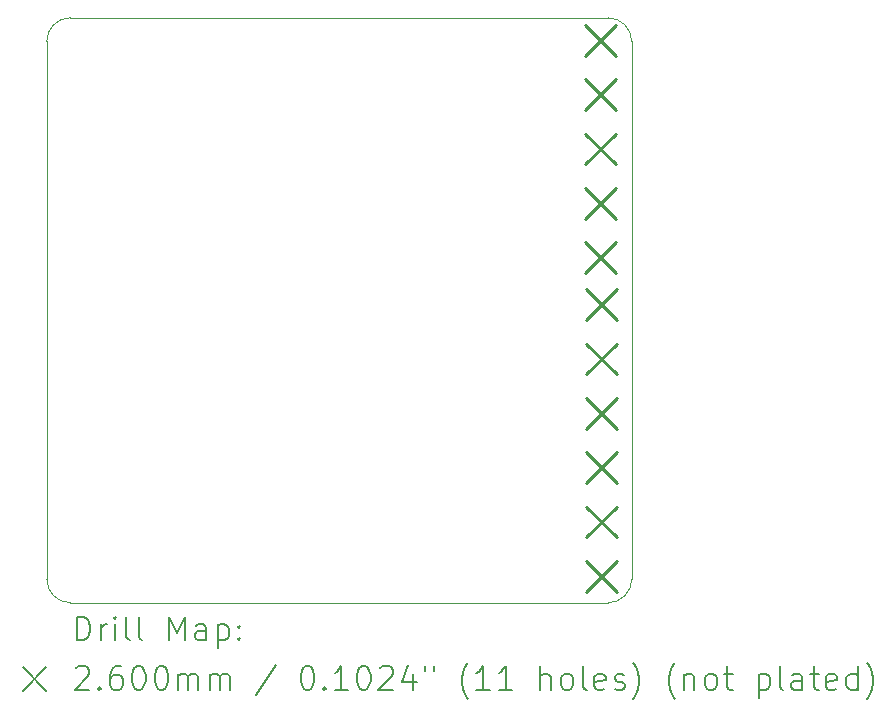
<source format=gbr>
%TF.GenerationSoftware,KiCad,Pcbnew,8.0.0-rc2-358-gd9abaa23a4*%
%TF.CreationDate,2024-02-08T19:09:20+01:00*%
%TF.ProjectId,xDuinoRail-Breakout-RailcomDetect,78447569-6e6f-4526-9169-6c2d42726561,rev?*%
%TF.SameCoordinates,Original*%
%TF.FileFunction,Drillmap*%
%TF.FilePolarity,Positive*%
%FSLAX45Y45*%
G04 Gerber Fmt 4.5, Leading zero omitted, Abs format (unit mm)*
G04 Created by KiCad (PCBNEW 8.0.0-rc2-358-gd9abaa23a4) date 2024-02-08 19:09:20*
%MOMM*%
%LPD*%
G01*
G04 APERTURE LIST*
%ADD10C,0.100000*%
%ADD11C,0.200000*%
%ADD12C,0.260000*%
G04 APERTURE END LIST*
D10*
X13652500Y-6931000D02*
G75*
G02*
X13852500Y-6731000I200000J0D01*
G01*
X13852500Y-11684000D02*
G75*
G02*
X13652500Y-11484000I0J200000D01*
G01*
X18405500Y-11684000D02*
X13852500Y-11684000D01*
X18405500Y-6731000D02*
G75*
G02*
X18605500Y-6931000I0J-200000D01*
G01*
X18605500Y-11484000D02*
G75*
G02*
X18405500Y-11684000I-200000J0D01*
G01*
X13652500Y-11484000D02*
X13652500Y-6931000D01*
X13852500Y-6731000D02*
X18405500Y-6731000D01*
X18605500Y-6931000D02*
X18605500Y-11484000D01*
D11*
D12*
X18211500Y-6791500D02*
X18471500Y-7051500D01*
X18471500Y-6791500D02*
X18211500Y-7051500D01*
X18211500Y-7251500D02*
X18471500Y-7511500D01*
X18471500Y-7251500D02*
X18211500Y-7511500D01*
X18211500Y-7711500D02*
X18471500Y-7971500D01*
X18471500Y-7711500D02*
X18211500Y-7971500D01*
X18211500Y-8171500D02*
X18471500Y-8431500D01*
X18471500Y-8171500D02*
X18211500Y-8431500D01*
X18211500Y-8631500D02*
X18471500Y-8891500D01*
X18471500Y-8631500D02*
X18211500Y-8891500D01*
X18221500Y-9029500D02*
X18481500Y-9289500D01*
X18481500Y-9029500D02*
X18221500Y-9289500D01*
X18221500Y-9489500D02*
X18481500Y-9749500D01*
X18481500Y-9489500D02*
X18221500Y-9749500D01*
X18221500Y-9949500D02*
X18481500Y-10209500D01*
X18481500Y-9949500D02*
X18221500Y-10209500D01*
X18221500Y-10409500D02*
X18481500Y-10669500D01*
X18481500Y-10409500D02*
X18221500Y-10669500D01*
X18221500Y-10869500D02*
X18481500Y-11129500D01*
X18481500Y-10869500D02*
X18221500Y-11129500D01*
X18221500Y-11329500D02*
X18481500Y-11589500D01*
X18481500Y-11329500D02*
X18221500Y-11589500D01*
D11*
X13908277Y-12000484D02*
X13908277Y-11800484D01*
X13908277Y-11800484D02*
X13955896Y-11800484D01*
X13955896Y-11800484D02*
X13984467Y-11810008D01*
X13984467Y-11810008D02*
X14003515Y-11829055D01*
X14003515Y-11829055D02*
X14013039Y-11848103D01*
X14013039Y-11848103D02*
X14022562Y-11886198D01*
X14022562Y-11886198D02*
X14022562Y-11914769D01*
X14022562Y-11914769D02*
X14013039Y-11952865D01*
X14013039Y-11952865D02*
X14003515Y-11971912D01*
X14003515Y-11971912D02*
X13984467Y-11990960D01*
X13984467Y-11990960D02*
X13955896Y-12000484D01*
X13955896Y-12000484D02*
X13908277Y-12000484D01*
X14108277Y-12000484D02*
X14108277Y-11867150D01*
X14108277Y-11905246D02*
X14117801Y-11886198D01*
X14117801Y-11886198D02*
X14127324Y-11876674D01*
X14127324Y-11876674D02*
X14146372Y-11867150D01*
X14146372Y-11867150D02*
X14165420Y-11867150D01*
X14232086Y-12000484D02*
X14232086Y-11867150D01*
X14232086Y-11800484D02*
X14222562Y-11810008D01*
X14222562Y-11810008D02*
X14232086Y-11819531D01*
X14232086Y-11819531D02*
X14241610Y-11810008D01*
X14241610Y-11810008D02*
X14232086Y-11800484D01*
X14232086Y-11800484D02*
X14232086Y-11819531D01*
X14355896Y-12000484D02*
X14336848Y-11990960D01*
X14336848Y-11990960D02*
X14327324Y-11971912D01*
X14327324Y-11971912D02*
X14327324Y-11800484D01*
X14460658Y-12000484D02*
X14441610Y-11990960D01*
X14441610Y-11990960D02*
X14432086Y-11971912D01*
X14432086Y-11971912D02*
X14432086Y-11800484D01*
X14689229Y-12000484D02*
X14689229Y-11800484D01*
X14689229Y-11800484D02*
X14755896Y-11943341D01*
X14755896Y-11943341D02*
X14822562Y-11800484D01*
X14822562Y-11800484D02*
X14822562Y-12000484D01*
X15003515Y-12000484D02*
X15003515Y-11895722D01*
X15003515Y-11895722D02*
X14993991Y-11876674D01*
X14993991Y-11876674D02*
X14974943Y-11867150D01*
X14974943Y-11867150D02*
X14936848Y-11867150D01*
X14936848Y-11867150D02*
X14917801Y-11876674D01*
X15003515Y-11990960D02*
X14984467Y-12000484D01*
X14984467Y-12000484D02*
X14936848Y-12000484D01*
X14936848Y-12000484D02*
X14917801Y-11990960D01*
X14917801Y-11990960D02*
X14908277Y-11971912D01*
X14908277Y-11971912D02*
X14908277Y-11952865D01*
X14908277Y-11952865D02*
X14917801Y-11933817D01*
X14917801Y-11933817D02*
X14936848Y-11924293D01*
X14936848Y-11924293D02*
X14984467Y-11924293D01*
X14984467Y-11924293D02*
X15003515Y-11914769D01*
X15098753Y-11867150D02*
X15098753Y-12067150D01*
X15098753Y-11876674D02*
X15117801Y-11867150D01*
X15117801Y-11867150D02*
X15155896Y-11867150D01*
X15155896Y-11867150D02*
X15174943Y-11876674D01*
X15174943Y-11876674D02*
X15184467Y-11886198D01*
X15184467Y-11886198D02*
X15193991Y-11905246D01*
X15193991Y-11905246D02*
X15193991Y-11962388D01*
X15193991Y-11962388D02*
X15184467Y-11981436D01*
X15184467Y-11981436D02*
X15174943Y-11990960D01*
X15174943Y-11990960D02*
X15155896Y-12000484D01*
X15155896Y-12000484D02*
X15117801Y-12000484D01*
X15117801Y-12000484D02*
X15098753Y-11990960D01*
X15279705Y-11981436D02*
X15289229Y-11990960D01*
X15289229Y-11990960D02*
X15279705Y-12000484D01*
X15279705Y-12000484D02*
X15270182Y-11990960D01*
X15270182Y-11990960D02*
X15279705Y-11981436D01*
X15279705Y-11981436D02*
X15279705Y-12000484D01*
X15279705Y-11876674D02*
X15289229Y-11886198D01*
X15289229Y-11886198D02*
X15279705Y-11895722D01*
X15279705Y-11895722D02*
X15270182Y-11886198D01*
X15270182Y-11886198D02*
X15279705Y-11876674D01*
X15279705Y-11876674D02*
X15279705Y-11895722D01*
X13447500Y-12229000D02*
X13647500Y-12429000D01*
X13647500Y-12229000D02*
X13447500Y-12429000D01*
X13898753Y-12239531D02*
X13908277Y-12230008D01*
X13908277Y-12230008D02*
X13927324Y-12220484D01*
X13927324Y-12220484D02*
X13974943Y-12220484D01*
X13974943Y-12220484D02*
X13993991Y-12230008D01*
X13993991Y-12230008D02*
X14003515Y-12239531D01*
X14003515Y-12239531D02*
X14013039Y-12258579D01*
X14013039Y-12258579D02*
X14013039Y-12277627D01*
X14013039Y-12277627D02*
X14003515Y-12306198D01*
X14003515Y-12306198D02*
X13889229Y-12420484D01*
X13889229Y-12420484D02*
X14013039Y-12420484D01*
X14098753Y-12401436D02*
X14108277Y-12410960D01*
X14108277Y-12410960D02*
X14098753Y-12420484D01*
X14098753Y-12420484D02*
X14089229Y-12410960D01*
X14089229Y-12410960D02*
X14098753Y-12401436D01*
X14098753Y-12401436D02*
X14098753Y-12420484D01*
X14279705Y-12220484D02*
X14241610Y-12220484D01*
X14241610Y-12220484D02*
X14222562Y-12230008D01*
X14222562Y-12230008D02*
X14213039Y-12239531D01*
X14213039Y-12239531D02*
X14193991Y-12268103D01*
X14193991Y-12268103D02*
X14184467Y-12306198D01*
X14184467Y-12306198D02*
X14184467Y-12382388D01*
X14184467Y-12382388D02*
X14193991Y-12401436D01*
X14193991Y-12401436D02*
X14203515Y-12410960D01*
X14203515Y-12410960D02*
X14222562Y-12420484D01*
X14222562Y-12420484D02*
X14260658Y-12420484D01*
X14260658Y-12420484D02*
X14279705Y-12410960D01*
X14279705Y-12410960D02*
X14289229Y-12401436D01*
X14289229Y-12401436D02*
X14298753Y-12382388D01*
X14298753Y-12382388D02*
X14298753Y-12334769D01*
X14298753Y-12334769D02*
X14289229Y-12315722D01*
X14289229Y-12315722D02*
X14279705Y-12306198D01*
X14279705Y-12306198D02*
X14260658Y-12296674D01*
X14260658Y-12296674D02*
X14222562Y-12296674D01*
X14222562Y-12296674D02*
X14203515Y-12306198D01*
X14203515Y-12306198D02*
X14193991Y-12315722D01*
X14193991Y-12315722D02*
X14184467Y-12334769D01*
X14422562Y-12220484D02*
X14441610Y-12220484D01*
X14441610Y-12220484D02*
X14460658Y-12230008D01*
X14460658Y-12230008D02*
X14470182Y-12239531D01*
X14470182Y-12239531D02*
X14479705Y-12258579D01*
X14479705Y-12258579D02*
X14489229Y-12296674D01*
X14489229Y-12296674D02*
X14489229Y-12344293D01*
X14489229Y-12344293D02*
X14479705Y-12382388D01*
X14479705Y-12382388D02*
X14470182Y-12401436D01*
X14470182Y-12401436D02*
X14460658Y-12410960D01*
X14460658Y-12410960D02*
X14441610Y-12420484D01*
X14441610Y-12420484D02*
X14422562Y-12420484D01*
X14422562Y-12420484D02*
X14403515Y-12410960D01*
X14403515Y-12410960D02*
X14393991Y-12401436D01*
X14393991Y-12401436D02*
X14384467Y-12382388D01*
X14384467Y-12382388D02*
X14374943Y-12344293D01*
X14374943Y-12344293D02*
X14374943Y-12296674D01*
X14374943Y-12296674D02*
X14384467Y-12258579D01*
X14384467Y-12258579D02*
X14393991Y-12239531D01*
X14393991Y-12239531D02*
X14403515Y-12230008D01*
X14403515Y-12230008D02*
X14422562Y-12220484D01*
X14613039Y-12220484D02*
X14632086Y-12220484D01*
X14632086Y-12220484D02*
X14651134Y-12230008D01*
X14651134Y-12230008D02*
X14660658Y-12239531D01*
X14660658Y-12239531D02*
X14670182Y-12258579D01*
X14670182Y-12258579D02*
X14679705Y-12296674D01*
X14679705Y-12296674D02*
X14679705Y-12344293D01*
X14679705Y-12344293D02*
X14670182Y-12382388D01*
X14670182Y-12382388D02*
X14660658Y-12401436D01*
X14660658Y-12401436D02*
X14651134Y-12410960D01*
X14651134Y-12410960D02*
X14632086Y-12420484D01*
X14632086Y-12420484D02*
X14613039Y-12420484D01*
X14613039Y-12420484D02*
X14593991Y-12410960D01*
X14593991Y-12410960D02*
X14584467Y-12401436D01*
X14584467Y-12401436D02*
X14574943Y-12382388D01*
X14574943Y-12382388D02*
X14565420Y-12344293D01*
X14565420Y-12344293D02*
X14565420Y-12296674D01*
X14565420Y-12296674D02*
X14574943Y-12258579D01*
X14574943Y-12258579D02*
X14584467Y-12239531D01*
X14584467Y-12239531D02*
X14593991Y-12230008D01*
X14593991Y-12230008D02*
X14613039Y-12220484D01*
X14765420Y-12420484D02*
X14765420Y-12287150D01*
X14765420Y-12306198D02*
X14774943Y-12296674D01*
X14774943Y-12296674D02*
X14793991Y-12287150D01*
X14793991Y-12287150D02*
X14822563Y-12287150D01*
X14822563Y-12287150D02*
X14841610Y-12296674D01*
X14841610Y-12296674D02*
X14851134Y-12315722D01*
X14851134Y-12315722D02*
X14851134Y-12420484D01*
X14851134Y-12315722D02*
X14860658Y-12296674D01*
X14860658Y-12296674D02*
X14879705Y-12287150D01*
X14879705Y-12287150D02*
X14908277Y-12287150D01*
X14908277Y-12287150D02*
X14927324Y-12296674D01*
X14927324Y-12296674D02*
X14936848Y-12315722D01*
X14936848Y-12315722D02*
X14936848Y-12420484D01*
X15032086Y-12420484D02*
X15032086Y-12287150D01*
X15032086Y-12306198D02*
X15041610Y-12296674D01*
X15041610Y-12296674D02*
X15060658Y-12287150D01*
X15060658Y-12287150D02*
X15089229Y-12287150D01*
X15089229Y-12287150D02*
X15108277Y-12296674D01*
X15108277Y-12296674D02*
X15117801Y-12315722D01*
X15117801Y-12315722D02*
X15117801Y-12420484D01*
X15117801Y-12315722D02*
X15127324Y-12296674D01*
X15127324Y-12296674D02*
X15146372Y-12287150D01*
X15146372Y-12287150D02*
X15174943Y-12287150D01*
X15174943Y-12287150D02*
X15193991Y-12296674D01*
X15193991Y-12296674D02*
X15203515Y-12315722D01*
X15203515Y-12315722D02*
X15203515Y-12420484D01*
X15593991Y-12210960D02*
X15422563Y-12468103D01*
X15851134Y-12220484D02*
X15870182Y-12220484D01*
X15870182Y-12220484D02*
X15889229Y-12230008D01*
X15889229Y-12230008D02*
X15898753Y-12239531D01*
X15898753Y-12239531D02*
X15908277Y-12258579D01*
X15908277Y-12258579D02*
X15917801Y-12296674D01*
X15917801Y-12296674D02*
X15917801Y-12344293D01*
X15917801Y-12344293D02*
X15908277Y-12382388D01*
X15908277Y-12382388D02*
X15898753Y-12401436D01*
X15898753Y-12401436D02*
X15889229Y-12410960D01*
X15889229Y-12410960D02*
X15870182Y-12420484D01*
X15870182Y-12420484D02*
X15851134Y-12420484D01*
X15851134Y-12420484D02*
X15832086Y-12410960D01*
X15832086Y-12410960D02*
X15822563Y-12401436D01*
X15822563Y-12401436D02*
X15813039Y-12382388D01*
X15813039Y-12382388D02*
X15803515Y-12344293D01*
X15803515Y-12344293D02*
X15803515Y-12296674D01*
X15803515Y-12296674D02*
X15813039Y-12258579D01*
X15813039Y-12258579D02*
X15822563Y-12239531D01*
X15822563Y-12239531D02*
X15832086Y-12230008D01*
X15832086Y-12230008D02*
X15851134Y-12220484D01*
X16003515Y-12401436D02*
X16013039Y-12410960D01*
X16013039Y-12410960D02*
X16003515Y-12420484D01*
X16003515Y-12420484D02*
X15993991Y-12410960D01*
X15993991Y-12410960D02*
X16003515Y-12401436D01*
X16003515Y-12401436D02*
X16003515Y-12420484D01*
X16203515Y-12420484D02*
X16089229Y-12420484D01*
X16146372Y-12420484D02*
X16146372Y-12220484D01*
X16146372Y-12220484D02*
X16127325Y-12249055D01*
X16127325Y-12249055D02*
X16108277Y-12268103D01*
X16108277Y-12268103D02*
X16089229Y-12277627D01*
X16327325Y-12220484D02*
X16346372Y-12220484D01*
X16346372Y-12220484D02*
X16365420Y-12230008D01*
X16365420Y-12230008D02*
X16374944Y-12239531D01*
X16374944Y-12239531D02*
X16384467Y-12258579D01*
X16384467Y-12258579D02*
X16393991Y-12296674D01*
X16393991Y-12296674D02*
X16393991Y-12344293D01*
X16393991Y-12344293D02*
X16384467Y-12382388D01*
X16384467Y-12382388D02*
X16374944Y-12401436D01*
X16374944Y-12401436D02*
X16365420Y-12410960D01*
X16365420Y-12410960D02*
X16346372Y-12420484D01*
X16346372Y-12420484D02*
X16327325Y-12420484D01*
X16327325Y-12420484D02*
X16308277Y-12410960D01*
X16308277Y-12410960D02*
X16298753Y-12401436D01*
X16298753Y-12401436D02*
X16289229Y-12382388D01*
X16289229Y-12382388D02*
X16279706Y-12344293D01*
X16279706Y-12344293D02*
X16279706Y-12296674D01*
X16279706Y-12296674D02*
X16289229Y-12258579D01*
X16289229Y-12258579D02*
X16298753Y-12239531D01*
X16298753Y-12239531D02*
X16308277Y-12230008D01*
X16308277Y-12230008D02*
X16327325Y-12220484D01*
X16470182Y-12239531D02*
X16479706Y-12230008D01*
X16479706Y-12230008D02*
X16498753Y-12220484D01*
X16498753Y-12220484D02*
X16546372Y-12220484D01*
X16546372Y-12220484D02*
X16565420Y-12230008D01*
X16565420Y-12230008D02*
X16574944Y-12239531D01*
X16574944Y-12239531D02*
X16584467Y-12258579D01*
X16584467Y-12258579D02*
X16584467Y-12277627D01*
X16584467Y-12277627D02*
X16574944Y-12306198D01*
X16574944Y-12306198D02*
X16460658Y-12420484D01*
X16460658Y-12420484D02*
X16584467Y-12420484D01*
X16755896Y-12287150D02*
X16755896Y-12420484D01*
X16708277Y-12210960D02*
X16660658Y-12353817D01*
X16660658Y-12353817D02*
X16784468Y-12353817D01*
X16851134Y-12220484D02*
X16851134Y-12258579D01*
X16927325Y-12220484D02*
X16927325Y-12258579D01*
X17222563Y-12496674D02*
X17213039Y-12487150D01*
X17213039Y-12487150D02*
X17193991Y-12458579D01*
X17193991Y-12458579D02*
X17184468Y-12439531D01*
X17184468Y-12439531D02*
X17174944Y-12410960D01*
X17174944Y-12410960D02*
X17165420Y-12363341D01*
X17165420Y-12363341D02*
X17165420Y-12325246D01*
X17165420Y-12325246D02*
X17174944Y-12277627D01*
X17174944Y-12277627D02*
X17184468Y-12249055D01*
X17184468Y-12249055D02*
X17193991Y-12230008D01*
X17193991Y-12230008D02*
X17213039Y-12201436D01*
X17213039Y-12201436D02*
X17222563Y-12191912D01*
X17403515Y-12420484D02*
X17289230Y-12420484D01*
X17346372Y-12420484D02*
X17346372Y-12220484D01*
X17346372Y-12220484D02*
X17327325Y-12249055D01*
X17327325Y-12249055D02*
X17308277Y-12268103D01*
X17308277Y-12268103D02*
X17289230Y-12277627D01*
X17593991Y-12420484D02*
X17479706Y-12420484D01*
X17536849Y-12420484D02*
X17536849Y-12220484D01*
X17536849Y-12220484D02*
X17517801Y-12249055D01*
X17517801Y-12249055D02*
X17498753Y-12268103D01*
X17498753Y-12268103D02*
X17479706Y-12277627D01*
X17832087Y-12420484D02*
X17832087Y-12220484D01*
X17917801Y-12420484D02*
X17917801Y-12315722D01*
X17917801Y-12315722D02*
X17908277Y-12296674D01*
X17908277Y-12296674D02*
X17889230Y-12287150D01*
X17889230Y-12287150D02*
X17860658Y-12287150D01*
X17860658Y-12287150D02*
X17841611Y-12296674D01*
X17841611Y-12296674D02*
X17832087Y-12306198D01*
X18041611Y-12420484D02*
X18022563Y-12410960D01*
X18022563Y-12410960D02*
X18013039Y-12401436D01*
X18013039Y-12401436D02*
X18003515Y-12382388D01*
X18003515Y-12382388D02*
X18003515Y-12325246D01*
X18003515Y-12325246D02*
X18013039Y-12306198D01*
X18013039Y-12306198D02*
X18022563Y-12296674D01*
X18022563Y-12296674D02*
X18041611Y-12287150D01*
X18041611Y-12287150D02*
X18070182Y-12287150D01*
X18070182Y-12287150D02*
X18089230Y-12296674D01*
X18089230Y-12296674D02*
X18098753Y-12306198D01*
X18098753Y-12306198D02*
X18108277Y-12325246D01*
X18108277Y-12325246D02*
X18108277Y-12382388D01*
X18108277Y-12382388D02*
X18098753Y-12401436D01*
X18098753Y-12401436D02*
X18089230Y-12410960D01*
X18089230Y-12410960D02*
X18070182Y-12420484D01*
X18070182Y-12420484D02*
X18041611Y-12420484D01*
X18222563Y-12420484D02*
X18203515Y-12410960D01*
X18203515Y-12410960D02*
X18193992Y-12391912D01*
X18193992Y-12391912D02*
X18193992Y-12220484D01*
X18374944Y-12410960D02*
X18355896Y-12420484D01*
X18355896Y-12420484D02*
X18317801Y-12420484D01*
X18317801Y-12420484D02*
X18298753Y-12410960D01*
X18298753Y-12410960D02*
X18289230Y-12391912D01*
X18289230Y-12391912D02*
X18289230Y-12315722D01*
X18289230Y-12315722D02*
X18298753Y-12296674D01*
X18298753Y-12296674D02*
X18317801Y-12287150D01*
X18317801Y-12287150D02*
X18355896Y-12287150D01*
X18355896Y-12287150D02*
X18374944Y-12296674D01*
X18374944Y-12296674D02*
X18384468Y-12315722D01*
X18384468Y-12315722D02*
X18384468Y-12334769D01*
X18384468Y-12334769D02*
X18289230Y-12353817D01*
X18460658Y-12410960D02*
X18479706Y-12420484D01*
X18479706Y-12420484D02*
X18517801Y-12420484D01*
X18517801Y-12420484D02*
X18536849Y-12410960D01*
X18536849Y-12410960D02*
X18546373Y-12391912D01*
X18546373Y-12391912D02*
X18546373Y-12382388D01*
X18546373Y-12382388D02*
X18536849Y-12363341D01*
X18536849Y-12363341D02*
X18517801Y-12353817D01*
X18517801Y-12353817D02*
X18489230Y-12353817D01*
X18489230Y-12353817D02*
X18470182Y-12344293D01*
X18470182Y-12344293D02*
X18460658Y-12325246D01*
X18460658Y-12325246D02*
X18460658Y-12315722D01*
X18460658Y-12315722D02*
X18470182Y-12296674D01*
X18470182Y-12296674D02*
X18489230Y-12287150D01*
X18489230Y-12287150D02*
X18517801Y-12287150D01*
X18517801Y-12287150D02*
X18536849Y-12296674D01*
X18613039Y-12496674D02*
X18622563Y-12487150D01*
X18622563Y-12487150D02*
X18641611Y-12458579D01*
X18641611Y-12458579D02*
X18651134Y-12439531D01*
X18651134Y-12439531D02*
X18660658Y-12410960D01*
X18660658Y-12410960D02*
X18670182Y-12363341D01*
X18670182Y-12363341D02*
X18670182Y-12325246D01*
X18670182Y-12325246D02*
X18660658Y-12277627D01*
X18660658Y-12277627D02*
X18651134Y-12249055D01*
X18651134Y-12249055D02*
X18641611Y-12230008D01*
X18641611Y-12230008D02*
X18622563Y-12201436D01*
X18622563Y-12201436D02*
X18613039Y-12191912D01*
X18974944Y-12496674D02*
X18965420Y-12487150D01*
X18965420Y-12487150D02*
X18946373Y-12458579D01*
X18946373Y-12458579D02*
X18936849Y-12439531D01*
X18936849Y-12439531D02*
X18927325Y-12410960D01*
X18927325Y-12410960D02*
X18917801Y-12363341D01*
X18917801Y-12363341D02*
X18917801Y-12325246D01*
X18917801Y-12325246D02*
X18927325Y-12277627D01*
X18927325Y-12277627D02*
X18936849Y-12249055D01*
X18936849Y-12249055D02*
X18946373Y-12230008D01*
X18946373Y-12230008D02*
X18965420Y-12201436D01*
X18965420Y-12201436D02*
X18974944Y-12191912D01*
X19051134Y-12287150D02*
X19051134Y-12420484D01*
X19051134Y-12306198D02*
X19060658Y-12296674D01*
X19060658Y-12296674D02*
X19079706Y-12287150D01*
X19079706Y-12287150D02*
X19108277Y-12287150D01*
X19108277Y-12287150D02*
X19127325Y-12296674D01*
X19127325Y-12296674D02*
X19136849Y-12315722D01*
X19136849Y-12315722D02*
X19136849Y-12420484D01*
X19260658Y-12420484D02*
X19241611Y-12410960D01*
X19241611Y-12410960D02*
X19232087Y-12401436D01*
X19232087Y-12401436D02*
X19222563Y-12382388D01*
X19222563Y-12382388D02*
X19222563Y-12325246D01*
X19222563Y-12325246D02*
X19232087Y-12306198D01*
X19232087Y-12306198D02*
X19241611Y-12296674D01*
X19241611Y-12296674D02*
X19260658Y-12287150D01*
X19260658Y-12287150D02*
X19289230Y-12287150D01*
X19289230Y-12287150D02*
X19308277Y-12296674D01*
X19308277Y-12296674D02*
X19317801Y-12306198D01*
X19317801Y-12306198D02*
X19327325Y-12325246D01*
X19327325Y-12325246D02*
X19327325Y-12382388D01*
X19327325Y-12382388D02*
X19317801Y-12401436D01*
X19317801Y-12401436D02*
X19308277Y-12410960D01*
X19308277Y-12410960D02*
X19289230Y-12420484D01*
X19289230Y-12420484D02*
X19260658Y-12420484D01*
X19384468Y-12287150D02*
X19460658Y-12287150D01*
X19413039Y-12220484D02*
X19413039Y-12391912D01*
X19413039Y-12391912D02*
X19422563Y-12410960D01*
X19422563Y-12410960D02*
X19441611Y-12420484D01*
X19441611Y-12420484D02*
X19460658Y-12420484D01*
X19679706Y-12287150D02*
X19679706Y-12487150D01*
X19679706Y-12296674D02*
X19698754Y-12287150D01*
X19698754Y-12287150D02*
X19736849Y-12287150D01*
X19736849Y-12287150D02*
X19755896Y-12296674D01*
X19755896Y-12296674D02*
X19765420Y-12306198D01*
X19765420Y-12306198D02*
X19774944Y-12325246D01*
X19774944Y-12325246D02*
X19774944Y-12382388D01*
X19774944Y-12382388D02*
X19765420Y-12401436D01*
X19765420Y-12401436D02*
X19755896Y-12410960D01*
X19755896Y-12410960D02*
X19736849Y-12420484D01*
X19736849Y-12420484D02*
X19698754Y-12420484D01*
X19698754Y-12420484D02*
X19679706Y-12410960D01*
X19889230Y-12420484D02*
X19870182Y-12410960D01*
X19870182Y-12410960D02*
X19860658Y-12391912D01*
X19860658Y-12391912D02*
X19860658Y-12220484D01*
X20051135Y-12420484D02*
X20051135Y-12315722D01*
X20051135Y-12315722D02*
X20041611Y-12296674D01*
X20041611Y-12296674D02*
X20022563Y-12287150D01*
X20022563Y-12287150D02*
X19984468Y-12287150D01*
X19984468Y-12287150D02*
X19965420Y-12296674D01*
X20051135Y-12410960D02*
X20032087Y-12420484D01*
X20032087Y-12420484D02*
X19984468Y-12420484D01*
X19984468Y-12420484D02*
X19965420Y-12410960D01*
X19965420Y-12410960D02*
X19955896Y-12391912D01*
X19955896Y-12391912D02*
X19955896Y-12372865D01*
X19955896Y-12372865D02*
X19965420Y-12353817D01*
X19965420Y-12353817D02*
X19984468Y-12344293D01*
X19984468Y-12344293D02*
X20032087Y-12344293D01*
X20032087Y-12344293D02*
X20051135Y-12334769D01*
X20117801Y-12287150D02*
X20193992Y-12287150D01*
X20146373Y-12220484D02*
X20146373Y-12391912D01*
X20146373Y-12391912D02*
X20155896Y-12410960D01*
X20155896Y-12410960D02*
X20174944Y-12420484D01*
X20174944Y-12420484D02*
X20193992Y-12420484D01*
X20336849Y-12410960D02*
X20317801Y-12420484D01*
X20317801Y-12420484D02*
X20279706Y-12420484D01*
X20279706Y-12420484D02*
X20260658Y-12410960D01*
X20260658Y-12410960D02*
X20251135Y-12391912D01*
X20251135Y-12391912D02*
X20251135Y-12315722D01*
X20251135Y-12315722D02*
X20260658Y-12296674D01*
X20260658Y-12296674D02*
X20279706Y-12287150D01*
X20279706Y-12287150D02*
X20317801Y-12287150D01*
X20317801Y-12287150D02*
X20336849Y-12296674D01*
X20336849Y-12296674D02*
X20346373Y-12315722D01*
X20346373Y-12315722D02*
X20346373Y-12334769D01*
X20346373Y-12334769D02*
X20251135Y-12353817D01*
X20517801Y-12420484D02*
X20517801Y-12220484D01*
X20517801Y-12410960D02*
X20498754Y-12420484D01*
X20498754Y-12420484D02*
X20460658Y-12420484D01*
X20460658Y-12420484D02*
X20441611Y-12410960D01*
X20441611Y-12410960D02*
X20432087Y-12401436D01*
X20432087Y-12401436D02*
X20422563Y-12382388D01*
X20422563Y-12382388D02*
X20422563Y-12325246D01*
X20422563Y-12325246D02*
X20432087Y-12306198D01*
X20432087Y-12306198D02*
X20441611Y-12296674D01*
X20441611Y-12296674D02*
X20460658Y-12287150D01*
X20460658Y-12287150D02*
X20498754Y-12287150D01*
X20498754Y-12287150D02*
X20517801Y-12296674D01*
X20593992Y-12496674D02*
X20603516Y-12487150D01*
X20603516Y-12487150D02*
X20622563Y-12458579D01*
X20622563Y-12458579D02*
X20632087Y-12439531D01*
X20632087Y-12439531D02*
X20641611Y-12410960D01*
X20641611Y-12410960D02*
X20651135Y-12363341D01*
X20651135Y-12363341D02*
X20651135Y-12325246D01*
X20651135Y-12325246D02*
X20641611Y-12277627D01*
X20641611Y-12277627D02*
X20632087Y-12249055D01*
X20632087Y-12249055D02*
X20622563Y-12230008D01*
X20622563Y-12230008D02*
X20603516Y-12201436D01*
X20603516Y-12201436D02*
X20593992Y-12191912D01*
M02*

</source>
